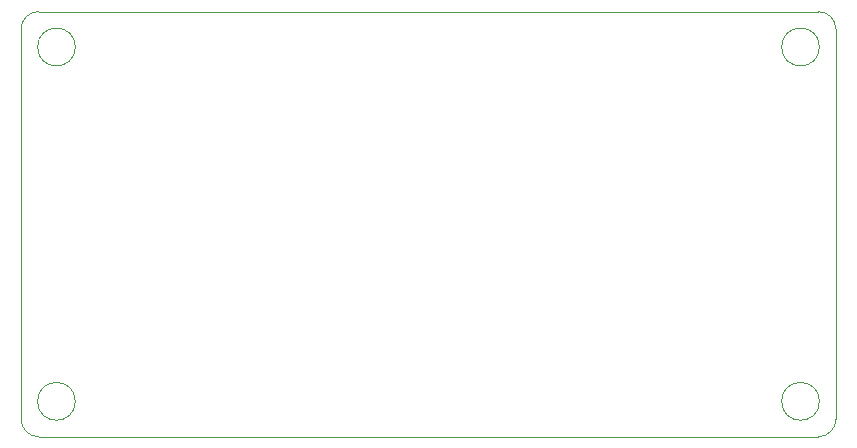
<source format=gbr>
%TF.GenerationSoftware,KiCad,Pcbnew,7.0.10-7.0.10~ubuntu22.04.1*%
%TF.CreationDate,2024-06-22T11:50:55+05:30*%
%TF.ProjectId,Light-CC,4c696768-742d-4434-932e-6b696361645f,rev?*%
%TF.SameCoordinates,PX4c4b400PY7270e00*%
%TF.FileFunction,Profile,NP*%
%FSLAX46Y46*%
G04 Gerber Fmt 4.6, Leading zero omitted, Abs format (unit mm)*
G04 Created by KiCad (PCBNEW 7.0.10-7.0.10~ubuntu22.04.1) date 2024-06-22 11:50:55*
%MOMM*%
%LPD*%
G01*
G04 APERTURE LIST*
%TA.AperFunction,Profile*%
%ADD10C,0.100000*%
%TD*%
G04 APERTURE END LIST*
D10*
X67600000Y33000000D02*
G75*
G03*
X64400000Y33000000I-1600000J0D01*
G01*
X64400000Y33000000D02*
G75*
G03*
X67600000Y33000000I1600000J0D01*
G01*
X69000000Y34500000D02*
X69000000Y1500000D01*
X69000000Y34500000D02*
G75*
G03*
X67500000Y36000000I-1500000J0D01*
G01*
X1500000Y0D02*
X67500000Y0D01*
X67500000Y0D02*
G75*
G03*
X69000000Y1500000I0J1500000D01*
G01*
X1500000Y36000000D02*
G75*
G03*
X0Y34500000I0J-1500000D01*
G01*
X0Y1500000D02*
G75*
G03*
X1500000Y0I1500000J0D01*
G01*
X67600000Y3000000D02*
G75*
G03*
X64400000Y3000000I-1600000J0D01*
G01*
X64400000Y3000000D02*
G75*
G03*
X67600000Y3000000I1600000J0D01*
G01*
X0Y34500000D02*
X0Y1500000D01*
X1500000Y36000000D02*
X67500000Y36000000D01*
X4600000Y3000000D02*
G75*
G03*
X1400000Y3000000I-1600000J0D01*
G01*
X1400000Y3000000D02*
G75*
G03*
X4600000Y3000000I1600000J0D01*
G01*
X4600000Y33000000D02*
G75*
G03*
X1400000Y33000000I-1600000J0D01*
G01*
X1400000Y33000000D02*
G75*
G03*
X4600000Y33000000I1600000J0D01*
G01*
M02*

</source>
